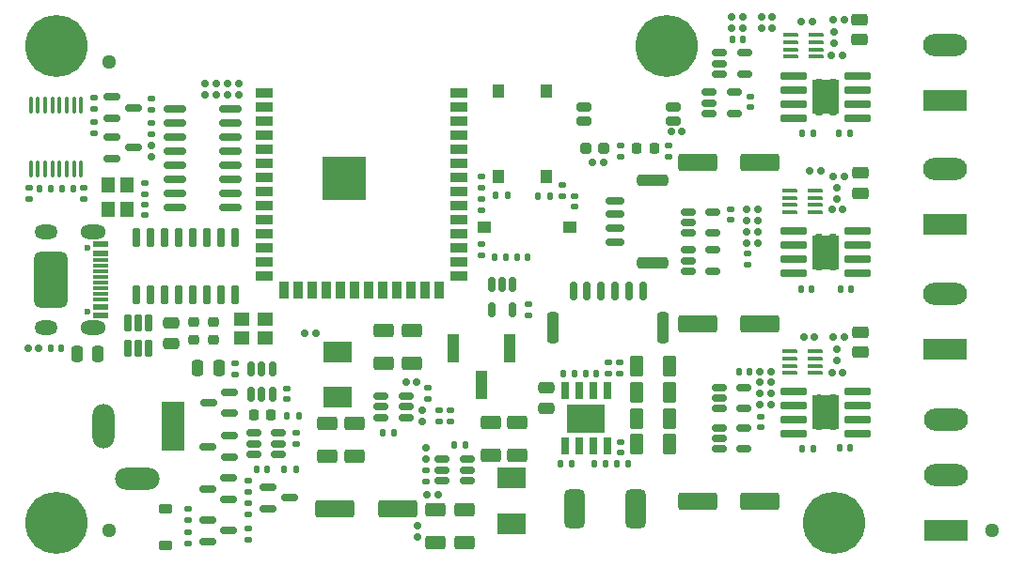
<source format=gbr>
%TF.GenerationSoftware,KiCad,Pcbnew,8.0.4*%
%TF.CreationDate,2025-02-12T03:18:48+01:00*%
%TF.ProjectId,SimpleLedController,53696d70-6c65-44c6-9564-436f6e74726f,A*%
%TF.SameCoordinates,Original*%
%TF.FileFunction,Soldermask,Top*%
%TF.FilePolarity,Negative*%
%FSLAX46Y46*%
G04 Gerber Fmt 4.6, Leading zero omitted, Abs format (unit mm)*
G04 Created by KiCad (PCBNEW 8.0.4) date 2025-02-12 03:18:48*
%MOMM*%
%LPD*%
G01*
G04 APERTURE LIST*
G04 Aperture macros list*
%AMRoundRect*
0 Rectangle with rounded corners*
0 $1 Rounding radius*
0 $2 $3 $4 $5 $6 $7 $8 $9 X,Y pos of 4 corners*
0 Add a 4 corners polygon primitive as box body*
4,1,4,$2,$3,$4,$5,$6,$7,$8,$9,$2,$3,0*
0 Add four circle primitives for the rounded corners*
1,1,$1+$1,$2,$3*
1,1,$1+$1,$4,$5*
1,1,$1+$1,$6,$7*
1,1,$1+$1,$8,$9*
0 Add four rect primitives between the rounded corners*
20,1,$1+$1,$2,$3,$4,$5,0*
20,1,$1+$1,$4,$5,$6,$7,0*
20,1,$1+$1,$6,$7,$8,$9,0*
20,1,$1+$1,$8,$9,$2,$3,0*%
G04 Aperture macros list end*
%ADD10RoundRect,0.100000X0.562500X0.100000X-0.562500X0.100000X-0.562500X-0.100000X0.562500X-0.100000X0*%
%ADD11RoundRect,0.462500X-0.462500X-1.287500X0.462500X-1.287500X0.462500X1.287500X-0.462500X1.287500X0*%
%ADD12C,1.296000*%
%ADD13RoundRect,0.135000X-0.135000X-0.185000X0.135000X-0.185000X0.135000X0.185000X-0.135000X0.185000X0*%
%ADD14RoundRect,0.140000X0.170000X-0.140000X0.170000X0.140000X-0.170000X0.140000X-0.170000X-0.140000X0*%
%ADD15R,1.000000X1.250000*%
%ADD16RoundRect,0.140000X-0.170000X0.140000X-0.170000X-0.140000X0.170000X-0.140000X0.170000X0.140000X0*%
%ADD17RoundRect,0.140000X0.140000X0.170000X-0.140000X0.170000X-0.140000X-0.170000X0.140000X-0.170000X0*%
%ADD18RoundRect,0.159000X-0.159000X-0.189000X0.159000X-0.189000X0.159000X0.189000X-0.159000X0.189000X0*%
%ADD19RoundRect,0.135000X-0.185000X0.135000X-0.185000X-0.135000X0.185000X-0.135000X0.185000X0.135000X0*%
%ADD20RoundRect,0.150000X-0.512500X-0.150000X0.512500X-0.150000X0.512500X0.150000X-0.512500X0.150000X0*%
%ADD21RoundRect,0.200000X0.450000X0.200000X-0.450000X0.200000X-0.450000X-0.200000X0.450000X-0.200000X0*%
%ADD22RoundRect,0.135000X0.185000X-0.135000X0.185000X0.135000X-0.185000X0.135000X-0.185000X-0.135000X0*%
%ADD23RoundRect,0.250000X-0.250000X-0.475000X0.250000X-0.475000X0.250000X0.475000X-0.250000X0.475000X0*%
%ADD24C,5.600000*%
%ADD25RoundRect,0.150000X-0.587500X-0.150000X0.587500X-0.150000X0.587500X0.150000X-0.587500X0.150000X0*%
%ADD26R,2.400000X3.100000*%
%ADD27RoundRect,0.070000X-1.100000X-0.250000X1.100000X-0.250000X1.100000X0.250000X-1.100000X0.250000X0*%
%ADD28C,0.740000*%
%ADD29C,0.770000*%
%ADD30RoundRect,0.159000X0.159000X0.189000X-0.159000X0.189000X-0.159000X-0.189000X0.159000X-0.189000X0*%
%ADD31RoundRect,0.135000X0.135000X0.185000X-0.135000X0.185000X-0.135000X-0.185000X0.135000X-0.185000X0*%
%ADD32RoundRect,0.266521X0.671479X-0.346479X0.671479X0.346479X-0.671479X0.346479X-0.671479X-0.346479X0*%
%ADD33RoundRect,0.250000X-0.475000X0.250000X-0.475000X-0.250000X0.475000X-0.250000X0.475000X0.250000X0*%
%ADD34RoundRect,0.266521X-0.671479X0.346479X-0.671479X-0.346479X0.671479X-0.346479X0.671479X0.346479X0*%
%ADD35RoundRect,0.266521X0.346479X0.671479X-0.346479X0.671479X-0.346479X-0.671479X0.346479X-0.671479X0*%
%ADD36RoundRect,0.159000X-0.189000X0.159000X-0.189000X-0.159000X0.189000X-0.159000X0.189000X0.159000X0*%
%ADD37RoundRect,0.159000X0.189000X-0.159000X0.189000X0.159000X-0.189000X0.159000X-0.189000X-0.159000X0*%
%ADD38RoundRect,0.150000X-0.150000X0.512500X-0.150000X-0.512500X0.150000X-0.512500X0.150000X0.512500X0*%
%ADD39RoundRect,0.150000X-0.825000X-0.150000X0.825000X-0.150000X0.825000X0.150000X-0.825000X0.150000X0*%
%ADD40RoundRect,0.140000X-0.140000X-0.170000X0.140000X-0.170000X0.140000X0.170000X-0.140000X0.170000X0*%
%ADD41R,2.500000X1.900000*%
%ADD42R,2.000000X4.500000*%
%ADD43O,2.000000X4.000000*%
%ADD44O,4.000000X2.000000*%
%ADD45R,3.960000X1.980000*%
%ADD46O,3.960000X1.980000*%
%ADD47RoundRect,0.150000X0.512500X0.150000X-0.512500X0.150000X-0.512500X-0.150000X0.512500X-0.150000X0*%
%ADD48RoundRect,0.225000X-0.375000X0.225000X-0.375000X-0.225000X0.375000X-0.225000X0.375000X0.225000X0*%
%ADD49RoundRect,0.267317X0.470683X-0.280683X0.470683X0.280683X-0.470683X0.280683X-0.470683X-0.280683X0*%
%ADD50RoundRect,0.225000X0.250000X-0.225000X0.250000X0.225000X-0.250000X0.225000X-0.250000X-0.225000X0*%
%ADD51R,1.500000X0.900000*%
%ADD52R,0.900000X1.500000*%
%ADD53C,0.600000*%
%ADD54R,3.900000X3.900000*%
%ADD55RoundRect,0.250000X1.500000X0.550000X-1.500000X0.550000X-1.500000X-0.550000X1.500000X-0.550000X0*%
%ADD56RoundRect,0.250000X-1.500000X-0.550000X1.500000X-0.550000X1.500000X0.550000X-1.500000X0.550000X0*%
%ADD57RoundRect,0.250000X0.250000X0.475000X-0.250000X0.475000X-0.250000X-0.475000X0.250000X-0.475000X0*%
%ADD58R,1.400000X0.300000*%
%ADD59R,1.400000X0.500000*%
%ADD60O,2.300000X1.300000*%
%ADD61O,2.100000X1.300000*%
%ADD62RoundRect,0.500000X-1.000000X2.000000X-1.000000X-2.000000X1.000000X-2.000000X1.000000X2.000000X0*%
%ADD63RoundRect,0.218750X0.218750X0.256250X-0.218750X0.256250X-0.218750X-0.256250X0.218750X-0.256250X0*%
%ADD64R,0.802000X1.505000*%
%ADD65R,3.502000X2.613000*%
%ADD66RoundRect,0.150000X0.587500X0.150000X-0.587500X0.150000X-0.587500X-0.150000X0.587500X-0.150000X0*%
%ADD67RoundRect,0.150000X0.150000X-0.650000X0.150000X0.650000X-0.150000X0.650000X-0.150000X-0.650000X0*%
%ADD68R,1.400000X1.200000*%
%ADD69RoundRect,0.239000X0.239000X0.274000X-0.239000X0.274000X-0.239000X-0.274000X0.239000X-0.274000X0*%
%ADD70RoundRect,0.150000X0.150000X0.700000X-0.150000X0.700000X-0.150000X-0.700000X0.150000X-0.700000X0*%
%ADD71RoundRect,0.250000X0.250000X1.150000X-0.250000X1.150000X-0.250000X-1.150000X0.250000X-1.150000X0*%
%ADD72RoundRect,0.218750X-0.218750X-0.256250X0.218750X-0.256250X0.218750X0.256250X-0.218750X0.256250X0*%
%ADD73R,1.250000X1.000000*%
%ADD74RoundRect,0.250000X0.475000X-0.250000X0.475000X0.250000X-0.475000X0.250000X-0.475000X-0.250000X0*%
%ADD75R,1.000000X2.510000*%
%ADD76R,1.200000X1.400000*%
%ADD77RoundRect,0.150000X-0.150000X0.725000X-0.150000X-0.725000X0.150000X-0.725000X0.150000X0.725000X0*%
%ADD78RoundRect,0.150000X-0.700000X0.150000X-0.700000X-0.150000X0.700000X-0.150000X0.700000X0.150000X0*%
%ADD79RoundRect,0.250000X-1.150000X0.250000X-1.150000X-0.250000X1.150000X-0.250000X1.150000X0.250000X0*%
%ADD80RoundRect,0.100000X-0.100000X0.637500X-0.100000X-0.637500X0.100000X-0.637500X0.100000X0.637500X0*%
G04 APERTURE END LIST*
D10*
%TO.C,U10*%
X171309783Y-80339861D03*
X171309783Y-79689861D03*
X171309783Y-79039861D03*
X171309783Y-78389861D03*
X169034783Y-78389861D03*
X169034783Y-79039861D03*
X169034783Y-79689861D03*
X169034783Y-80339861D03*
%TD*%
%TO.C,U7*%
X171320500Y-94830000D03*
X171320500Y-94180000D03*
X171320500Y-93530000D03*
X171320500Y-92880000D03*
X169045500Y-92880000D03*
X169045500Y-93530000D03*
X169045500Y-94180000D03*
X169045500Y-94830000D03*
%TD*%
%TO.C,U9*%
X171422100Y-66296202D03*
X171422100Y-65646202D03*
X171422100Y-64996202D03*
X171422100Y-64346202D03*
X169147100Y-64346202D03*
X169147100Y-64996202D03*
X169147100Y-65646202D03*
X169147100Y-66296202D03*
%TD*%
D11*
%TO.C,L3*%
X149653400Y-107088400D03*
X155203400Y-107088400D03*
%TD*%
D12*
%TO.C,REF\u002A\u002A*%
X107772200Y-109042200D03*
%TD*%
%TO.C,REF\u002A\u002A*%
X107772200Y-66802000D03*
%TD*%
%TO.C,REF\u002A\u002A*%
X187274200Y-109042200D03*
%TD*%
D13*
%TO.C,R20*%
X132370600Y-100205000D03*
X133390600Y-100205000D03*
%TD*%
D14*
%TO.C,C87*%
X165484000Y-70842600D03*
X165484000Y-69882600D03*
%TD*%
D15*
%TO.C,SW4*%
X142852600Y-77156000D03*
X142852600Y-69406000D03*
%TD*%
D16*
%TO.C,C31*%
X111008133Y-79659000D03*
X111008133Y-80619000D03*
%TD*%
D17*
%TO.C,C86*%
X171145600Y-73222202D03*
X170185600Y-73222202D03*
%TD*%
D18*
%TO.C,R34*%
X172834117Y-94812000D03*
X173834117Y-94812000D03*
%TD*%
D19*
%TO.C,R48*%
X153786600Y-74295000D03*
X153786600Y-75315000D03*
%TD*%
D20*
%TO.C,U32*%
X159881600Y-83761000D03*
X159881600Y-84711000D03*
X159881600Y-85661000D03*
X162156600Y-85661000D03*
X162156600Y-83761000D03*
%TD*%
D21*
%TO.C,S1*%
X158536600Y-72133000D03*
X158536600Y-70863000D03*
X150536600Y-70873000D03*
X150536600Y-72143000D03*
%TD*%
D22*
%TO.C,R13*%
X148588907Y-78871000D03*
X148588907Y-77851000D03*
%TD*%
D23*
%TO.C,C4*%
X115755600Y-94418000D03*
X117655600Y-94418000D03*
%TD*%
D24*
%TO.C,H1*%
X103000000Y-108317800D03*
%TD*%
D25*
%TO.C,Q9*%
X116645000Y-108119203D03*
X116645000Y-110019203D03*
X118520000Y-109069203D03*
%TD*%
D20*
%TO.C,U25*%
X162675600Y-96146000D03*
X162675600Y-97096000D03*
X162675600Y-98046000D03*
X164950600Y-98046000D03*
X164950600Y-96146000D03*
%TD*%
D19*
%TO.C,R3*%
X119141153Y-93995864D03*
X119141153Y-95015864D03*
%TD*%
D16*
%TO.C,C92*%
X163686100Y-80040000D03*
X163686100Y-81000000D03*
%TD*%
D18*
%TO.C,R45*%
X172959600Y-91569000D03*
X173959600Y-91569000D03*
%TD*%
D26*
%TO.C,U24*%
X172304251Y-98369612D03*
D27*
X169429251Y-96464612D03*
X169429251Y-97734612D03*
X169429251Y-99004612D03*
X169429251Y-100274612D03*
X175179251Y-100274612D03*
X175179251Y-99004612D03*
X175179251Y-97734612D03*
X175179251Y-96464612D03*
D28*
X171654251Y-97069612D03*
D29*
X171654251Y-98369612D03*
X171654251Y-99669612D03*
X172954251Y-97069612D03*
X172954251Y-98369612D03*
X172954251Y-99669612D03*
%TD*%
D30*
%TO.C,R27*%
X164815600Y-63756000D03*
X163815600Y-63756000D03*
%TD*%
D31*
%TO.C,R19*%
X139841888Y-101289800D03*
X138821888Y-101289800D03*
%TD*%
D13*
%TO.C,R9*%
X146406600Y-78869000D03*
X147426600Y-78869000D03*
%TD*%
D32*
%TO.C,C57*%
X139761800Y-110135800D03*
X139761800Y-107175800D03*
%TD*%
D22*
%TO.C,R1*%
X136257088Y-104652600D03*
X136257088Y-103632600D03*
%TD*%
D14*
%TO.C,C1*%
X105505600Y-79123000D03*
X105505600Y-78163000D03*
%TD*%
D33*
%TO.C,C54*%
X147094400Y-96168000D03*
X147094400Y-98068000D03*
%TD*%
D34*
%TO.C,C7*%
X144513888Y-99260800D03*
X144513888Y-102220800D03*
%TD*%
D35*
%TO.C,C59*%
X158235600Y-96568000D03*
X155275600Y-96568000D03*
%TD*%
D25*
%TO.C,Q4*%
X122103100Y-105163000D03*
X122103100Y-107063000D03*
X123978100Y-106113000D03*
%TD*%
D22*
%TO.C,R25*%
X152730600Y-94903000D03*
X152730600Y-93883000D03*
%TD*%
D36*
%TO.C,R54*%
X167389000Y-94683800D03*
X167389000Y-95683800D03*
%TD*%
D37*
%TO.C,C27*%
X173069083Y-65068797D03*
X173069083Y-64068799D03*
%TD*%
D38*
%TO.C,U2*%
X122466600Y-94495500D03*
X121516600Y-94495500D03*
X120566600Y-94495500D03*
X120566600Y-96770500D03*
X121516600Y-96770500D03*
X122466600Y-96770500D03*
%TD*%
D39*
%TO.C,U18*%
X113707600Y-70995000D03*
X113707600Y-72265000D03*
X113707600Y-73535000D03*
X113707600Y-74805000D03*
X113707600Y-76075000D03*
X113707600Y-77345000D03*
X113707600Y-78615000D03*
X113707600Y-79885000D03*
X118657600Y-79885000D03*
X118657600Y-78615000D03*
X118657600Y-77345000D03*
X118657600Y-76075000D03*
X118657600Y-74805000D03*
X118657600Y-73535000D03*
X118657600Y-72265000D03*
X118657600Y-70995000D03*
%TD*%
D34*
%TO.C,C39*%
X132517555Y-91039663D03*
X132517555Y-93999663D03*
%TD*%
D40*
%TO.C,C55*%
X148694600Y-94871000D03*
X149654600Y-94871000D03*
%TD*%
D13*
%TO.C,R21*%
X151480600Y-102993000D03*
X152500600Y-102993000D03*
%TD*%
D22*
%TO.C,R17*%
X141328600Y-84205000D03*
X141328600Y-83185000D03*
%TD*%
D41*
%TO.C,L1*%
X128374600Y-97048000D03*
X128374600Y-92948000D03*
%TD*%
D32*
%TO.C,C51*%
X127419555Y-102351221D03*
X127419555Y-99391221D03*
%TD*%
D19*
%TO.C,R43*%
X124629100Y-100203000D03*
X124629100Y-101223000D03*
%TD*%
D42*
%TO.C,J1*%
X113488600Y-99662000D03*
D43*
X107288600Y-99662000D03*
D44*
X110288600Y-104362000D03*
%TD*%
D40*
%TO.C,C53*%
X150680600Y-94868000D03*
X151640600Y-94868000D03*
%TD*%
D30*
%TO.C,R55*%
X167482600Y-62740000D03*
X166482600Y-62740000D03*
%TD*%
D45*
%TO.C,J5*%
X183071941Y-109024714D03*
D46*
X183071941Y-104024714D03*
X183071941Y-99024714D03*
%TD*%
D19*
%TO.C,C12*%
X137442400Y-98171000D03*
X137442400Y-99191000D03*
%TD*%
D14*
%TO.C,C13*%
X149710600Y-79857000D03*
X149710600Y-78897000D03*
%TD*%
D18*
%TO.C,R32*%
X166482600Y-63705200D03*
X167482600Y-63705200D03*
%TD*%
%TO.C,R46*%
X172967600Y-62994000D03*
X173967600Y-62994000D03*
%TD*%
D47*
%TO.C,U5*%
X140007800Y-104525800D03*
X140007800Y-103575800D03*
X140007800Y-102625800D03*
X137732800Y-102625800D03*
X137732800Y-103575800D03*
X137732800Y-104525800D03*
%TD*%
D31*
%TO.C,R15*%
X143482478Y-84366511D03*
X142462478Y-84366511D03*
%TD*%
D37*
%TO.C,C28*%
X173281800Y-79115000D03*
X173281800Y-78115000D03*
%TD*%
D48*
%TO.C,D4*%
X112880600Y-107065000D03*
X112880600Y-110365000D03*
%TD*%
D16*
%TO.C,C93*%
X165255400Y-84078600D03*
X165255400Y-85038600D03*
%TD*%
D40*
%TO.C,C90*%
X173642600Y-87251000D03*
X174602600Y-87251000D03*
%TD*%
D49*
%TO.C,R51*%
X175364600Y-64793000D03*
X175364600Y-62973000D03*
%TD*%
D38*
%TO.C,U8*%
X144097200Y-86855600D03*
X143147200Y-86855600D03*
X142197200Y-86855600D03*
X142197200Y-89130600D03*
X144097200Y-89130600D03*
%TD*%
D20*
%TO.C,U29*%
X162725000Y-65981000D03*
X162725000Y-66931000D03*
X162725000Y-67881000D03*
X165000000Y-67881000D03*
X165000000Y-65981000D03*
%TD*%
D15*
%TO.C,SW1*%
X147170600Y-77156000D03*
X147170600Y-69406000D03*
%TD*%
D40*
%TO.C,C44*%
X121036600Y-103507000D03*
X121996600Y-103507000D03*
%TD*%
D50*
%TO.C,C33*%
X115420600Y-91816000D03*
X115420600Y-90266000D03*
%TD*%
D37*
%TO.C,R26*%
X136257088Y-102610600D03*
X136257088Y-101610600D03*
%TD*%
D40*
%TO.C,C80*%
X173515600Y-101602000D03*
X174475600Y-101602000D03*
%TD*%
D13*
%TO.C,R18*%
X142596600Y-78804000D03*
X143616600Y-78804000D03*
%TD*%
D17*
%TO.C,C91*%
X171040100Y-87251000D03*
X170080100Y-87251000D03*
%TD*%
D51*
%TO.C,U22*%
X121712808Y-69572820D03*
X121712808Y-70842820D03*
X121712808Y-72112820D03*
X121712808Y-73382820D03*
X121712808Y-74652820D03*
X121712808Y-75922820D03*
X121712808Y-77192820D03*
X121712808Y-78462820D03*
X121712808Y-79732820D03*
X121712808Y-81002820D03*
X121712808Y-82272820D03*
X121712808Y-83542820D03*
X121712808Y-84812820D03*
X121712808Y-86082820D03*
D52*
X123477808Y-87332820D03*
X124747808Y-87332820D03*
X126017808Y-87332820D03*
X127287808Y-87332820D03*
X128557808Y-87332820D03*
X129827808Y-87332820D03*
X131097808Y-87332820D03*
X132367808Y-87332820D03*
X133637808Y-87332820D03*
X134907808Y-87332820D03*
X136177808Y-87332820D03*
X137447808Y-87332820D03*
D51*
X139212808Y-86082820D03*
X139212808Y-84812820D03*
X139212808Y-83542820D03*
X139212808Y-82272820D03*
X139212808Y-81002820D03*
X139212808Y-79732820D03*
X139212808Y-78462820D03*
X139212808Y-77192820D03*
X139212808Y-75922820D03*
X139212808Y-74652820D03*
X139212808Y-73382820D03*
X139212808Y-72112820D03*
X139212808Y-70842820D03*
X139212808Y-69572820D03*
D53*
X127562808Y-76592820D03*
X127562808Y-77992820D03*
X128262808Y-75892820D03*
X128262808Y-77292820D03*
X128262808Y-78692820D03*
X128962808Y-76592820D03*
D54*
X128962808Y-77292820D03*
D53*
X128962808Y-77992820D03*
X129662808Y-75892820D03*
X129662808Y-77292820D03*
X129662808Y-78692820D03*
X130362808Y-76592820D03*
X130362808Y-77992820D03*
%TD*%
D49*
%TO.C,R50*%
X175447057Y-92987000D03*
X175447057Y-91167000D03*
%TD*%
D37*
%TO.C,R57*%
X166220600Y-83118000D03*
X166220600Y-82118000D03*
%TD*%
D55*
%TO.C,C79*%
X166353600Y-106428000D03*
X160753600Y-106428000D03*
%TD*%
D32*
%TO.C,C8*%
X129880600Y-102373000D03*
X129880600Y-99413000D03*
%TD*%
D19*
%TO.C,R22*%
X106407816Y-69977000D03*
X106407816Y-70997000D03*
%TD*%
D17*
%TO.C,C81*%
X171145600Y-101641612D03*
X170185600Y-101641612D03*
%TD*%
D18*
%TO.C,R49*%
X172959600Y-77091000D03*
X173959600Y-77091000D03*
%TD*%
D13*
%TO.C,R28*%
X123546600Y-103507000D03*
X124566600Y-103507000D03*
%TD*%
D35*
%TO.C,C49*%
X158235600Y-98918000D03*
X155275600Y-98918000D03*
%TD*%
D30*
%TO.C,C23*%
X171300600Y-91569000D03*
X170300600Y-91569000D03*
%TD*%
%TO.C,C40*%
X135478600Y-95633000D03*
X134478600Y-95633000D03*
%TD*%
D34*
%TO.C,C9*%
X142131888Y-99260800D03*
X142131888Y-102220800D03*
%TD*%
D40*
%TO.C,C88*%
X163861000Y-64746600D03*
X164821000Y-64746600D03*
%TD*%
D18*
%TO.C,R37*%
X172824600Y-66169000D03*
X173824600Y-66169000D03*
%TD*%
D40*
%TO.C,C3*%
X102510600Y-92585000D03*
X103470600Y-92585000D03*
%TD*%
D13*
%TO.C,R31*%
X153512600Y-102993000D03*
X154532600Y-102993000D03*
%TD*%
D18*
%TO.C,C25*%
X170823000Y-76581000D03*
X171823000Y-76581000D03*
%TD*%
D14*
%TO.C,C46*%
X153855600Y-101998000D03*
X153855600Y-101038000D03*
%TD*%
D56*
%TO.C,C29*%
X128114600Y-107063000D03*
X133714600Y-107063000D03*
%TD*%
D19*
%TO.C,R36*%
X111610600Y-72265000D03*
X111610600Y-73285000D03*
%TD*%
D49*
%TO.C,R52*%
X175447057Y-78636000D03*
X175447057Y-76816000D03*
%TD*%
D57*
%TO.C,C45*%
X106769400Y-93093000D03*
X104869400Y-93093000D03*
%TD*%
D19*
%TO.C,R42*%
X120325100Y-104521000D03*
X120325100Y-105541000D03*
%TD*%
%TO.C,R39*%
X120325100Y-106553000D03*
X120325100Y-107573000D03*
%TD*%
D53*
%TO.C,J3*%
X105805000Y-83552800D03*
X105805000Y-89332800D03*
D58*
X107005000Y-85192800D03*
X107005000Y-86192800D03*
X107005000Y-86692800D03*
X107005000Y-87692800D03*
D59*
X107005000Y-88842800D03*
X107005000Y-89642800D03*
D58*
X107005000Y-88192800D03*
X107005000Y-87192800D03*
X107005000Y-85692800D03*
X107005000Y-84692800D03*
D59*
X107005000Y-84042800D03*
X107005000Y-83242800D03*
D60*
X106325000Y-82112800D03*
D61*
X102125000Y-82112800D03*
D53*
X103505000Y-84442800D03*
X101505000Y-84442800D03*
D62*
X102505000Y-86442800D03*
D53*
X103505000Y-88442800D03*
X101505000Y-88442800D03*
D60*
X106325000Y-90772800D03*
D61*
X102125000Y-90772800D03*
%TD*%
D36*
%TO.C,R58*%
X166220600Y-80094450D03*
X166220600Y-81094450D03*
%TD*%
D18*
%TO.C,R12*%
X158354600Y-73027000D03*
X159354600Y-73027000D03*
%TD*%
D63*
%TO.C,D2*%
X122346756Y-98591914D03*
X120771756Y-98591914D03*
%TD*%
D64*
%TO.C,U20*%
X148821600Y-101432500D03*
X150091600Y-101432500D03*
X151361600Y-101432500D03*
X152631600Y-101432500D03*
X152631600Y-96437500D03*
X151361600Y-96437500D03*
X150091600Y-96437500D03*
X148821600Y-96437500D03*
D65*
X150726600Y-98935000D03*
%TD*%
D66*
%TO.C,Q10*%
X118565600Y-102425000D03*
X118565600Y-100525000D03*
X116690600Y-101475000D03*
%TD*%
D37*
%TO.C,R53*%
X167389000Y-97707800D03*
X167389000Y-96707800D03*
%TD*%
D24*
%TO.C,H4*%
X103000000Y-65317800D03*
%TD*%
D25*
%TO.C,Q7*%
X108054600Y-73566000D03*
X108054600Y-75466000D03*
X109929600Y-74516000D03*
%TD*%
D20*
%TO.C,U28*%
X161786600Y-69537000D03*
X161786600Y-70487000D03*
X161786600Y-71437000D03*
X164061600Y-71437000D03*
X164061600Y-69537000D03*
%TD*%
D19*
%TO.C,R35*%
X111610600Y-70078600D03*
X111610600Y-71098600D03*
%TD*%
D67*
%TO.C,U4*%
X109456600Y-92599000D03*
X110406600Y-92599000D03*
X111356600Y-92599000D03*
X111356600Y-90299000D03*
X110406600Y-90299000D03*
X109456600Y-90299000D03*
%TD*%
D18*
%TO.C,C5*%
X125410800Y-91264200D03*
X126410800Y-91264200D03*
%TD*%
D25*
%TO.C,Q6*%
X108054600Y-69944000D03*
X108054600Y-71844000D03*
X109929600Y-70894000D03*
%TD*%
D22*
%TO.C,R16*%
X141328600Y-80171000D03*
X141328600Y-79151000D03*
%TD*%
D30*
%TO.C,C24*%
X171089400Y-63146400D03*
X170089400Y-63146400D03*
%TD*%
D37*
%TO.C,C22*%
X116436600Y-69717000D03*
X116436600Y-68717000D03*
%TD*%
D36*
%TO.C,R11*%
X135994600Y-98225663D03*
X135994600Y-99225663D03*
%TD*%
D17*
%TO.C,C16*%
X145466200Y-84355400D03*
X144506200Y-84355400D03*
%TD*%
D16*
%TO.C,C2*%
X123777200Y-96263105D03*
X123777200Y-97223105D03*
%TD*%
D37*
%TO.C,C18*%
X117452600Y-69725000D03*
X117452600Y-68725000D03*
%TD*%
D35*
%TO.C,C60*%
X158235600Y-94218000D03*
X155275600Y-94218000D03*
%TD*%
D36*
%TO.C,R33*%
X165204600Y-82118000D03*
X165204600Y-83118000D03*
%TD*%
D19*
%TO.C,R24*%
X153746600Y-93883000D03*
X153746600Y-94903000D03*
%TD*%
D40*
%TO.C,C50*%
X148440600Y-102999000D03*
X149400600Y-102999000D03*
%TD*%
D41*
%TO.C,L2*%
X144021000Y-104301800D03*
X144021000Y-108401800D03*
%TD*%
D31*
%TO.C,R6*%
X102540600Y-78193000D03*
X101520600Y-78193000D03*
%TD*%
D68*
%TO.C,Y2*%
X119654600Y-91682400D03*
X121854600Y-91682400D03*
X121854600Y-89982400D03*
X119654600Y-89982400D03*
%TD*%
D22*
%TO.C,R23*%
X106418447Y-73231259D03*
X106418447Y-72211259D03*
%TD*%
D19*
%TO.C,R4*%
X100530600Y-78133000D03*
X100530600Y-79153000D03*
%TD*%
D16*
%TO.C,C83*%
X166474600Y-98759800D03*
X166474600Y-99719800D03*
%TD*%
D69*
%TO.C,D3*%
X152306600Y-74551000D03*
X150726600Y-74551000D03*
%TD*%
D35*
%TO.C,C48*%
X158235600Y-101268000D03*
X155275600Y-101268000D03*
%TD*%
D18*
%TO.C,C6*%
X136409000Y-105843800D03*
X137409000Y-105843800D03*
%TD*%
D40*
%TO.C,C85*%
X173487600Y-73222202D03*
X174447600Y-73222202D03*
%TD*%
D55*
%TO.C,C84*%
X166353600Y-75821000D03*
X160753600Y-75821000D03*
%TD*%
D66*
%TO.C,Q3*%
X118593300Y-98476700D03*
X118593300Y-96576700D03*
X116718300Y-97526700D03*
%TD*%
D34*
%TO.C,C10*%
X135054800Y-91039663D03*
X135054800Y-93999663D03*
%TD*%
D14*
%TO.C,C30*%
X111008133Y-78686600D03*
X111008133Y-77726600D03*
%TD*%
D18*
%TO.C,R38*%
X172834117Y-80093000D03*
X173834117Y-80093000D03*
%TD*%
D37*
%TO.C,C21*%
X111610600Y-75297000D03*
X111610600Y-74297000D03*
%TD*%
D36*
%TO.C,C58*%
X135537400Y-108595000D03*
X135537400Y-109595000D03*
%TD*%
D37*
%TO.C,R2*%
X166373000Y-95683800D03*
X166373000Y-94683800D03*
%TD*%
D70*
%TO.C,J6*%
X155807400Y-87409200D03*
X154557400Y-87409200D03*
X153307400Y-87409200D03*
X152057400Y-87409200D03*
X150807400Y-87409200D03*
X149557400Y-87409200D03*
D71*
X157657400Y-90759200D03*
X147707400Y-90759200D03*
%TD*%
D72*
%TO.C,D1*%
X155285100Y-74551000D03*
X156860100Y-74551000D03*
%TD*%
D37*
%TO.C,R29*%
X165204600Y-81086450D03*
X165204600Y-80086450D03*
%TD*%
D73*
%TO.C,SW3*%
X141517600Y-81663000D03*
X149267600Y-81663000D03*
%TD*%
D45*
%TO.C,J14*%
X183061941Y-81474898D03*
D46*
X183061941Y-76474898D03*
%TD*%
D24*
%TO.C,H2*%
X158000000Y-65317800D03*
%TD*%
D13*
%TO.C,R5*%
X103488600Y-78193000D03*
X104508600Y-78193000D03*
%TD*%
D74*
%TO.C,C43*%
X113388600Y-92199000D03*
X113388600Y-90299000D03*
%TD*%
D20*
%TO.C,U6*%
X132263555Y-96947663D03*
X132263555Y-97897663D03*
X132263555Y-98847663D03*
X134538555Y-98847663D03*
X134538555Y-97897663D03*
X134538555Y-96947663D03*
%TD*%
D75*
%TO.C,J4*%
X143868600Y-92638000D03*
X141328600Y-95948000D03*
X138788600Y-92638000D03*
%TD*%
D30*
%TO.C,R59*%
X101450600Y-92585000D03*
X100450600Y-92585000D03*
%TD*%
D45*
%TO.C,J13*%
X183061941Y-70229990D03*
D46*
X183061941Y-65229990D03*
%TD*%
D47*
%TO.C,U1*%
X123040600Y-102171000D03*
X123040600Y-101221000D03*
X123040600Y-100271000D03*
X120765600Y-100271000D03*
X120765600Y-101221000D03*
X120765600Y-102171000D03*
%TD*%
D22*
%TO.C,R41*%
X120327100Y-109859000D03*
X120327100Y-108839000D03*
%TD*%
D16*
%TO.C,C17*%
X141328600Y-77147000D03*
X141328600Y-78107000D03*
%TD*%
D45*
%TO.C,J12*%
X183061941Y-92719806D03*
D46*
X183061941Y-87719806D03*
%TD*%
D19*
%TO.C,R40*%
X114912600Y-107059000D03*
X114912600Y-108079000D03*
%TD*%
D14*
%TO.C,C15*%
X145502800Y-89618700D03*
X145502800Y-88658700D03*
%TD*%
D26*
%TO.C,U27*%
X172304251Y-69949000D03*
D27*
X169429251Y-68044000D03*
X169429251Y-69314000D03*
X169429251Y-70584000D03*
X169429251Y-71854000D03*
X175179251Y-71854000D03*
X175179251Y-70584000D03*
X175179251Y-69314000D03*
X175179251Y-68044000D03*
D29*
X171654251Y-68649000D03*
X171654251Y-69949000D03*
X171654251Y-71249000D03*
X172954251Y-68649000D03*
X172954251Y-69949000D03*
X172954251Y-71249000D03*
%TD*%
D24*
%TO.C,H3*%
X173000000Y-108317800D03*
%TD*%
D76*
%TO.C,Y1*%
X109333400Y-80068600D03*
X109333400Y-77868600D03*
X107633400Y-77868600D03*
X107633400Y-80068600D03*
%TD*%
D18*
%TO.C,R56*%
X163823600Y-62740000D03*
X164823600Y-62740000D03*
%TD*%
D20*
%TO.C,U26*%
X162675600Y-99768000D03*
X162675600Y-100718000D03*
X162675600Y-101668000D03*
X164950600Y-101668000D03*
X164950600Y-99768000D03*
%TD*%
D66*
%TO.C,Q5*%
X118535948Y-106223693D03*
X118535948Y-104323693D03*
X116660948Y-105273693D03*
%TD*%
D77*
%TO.C,U19*%
X119103600Y-82644000D03*
X117833600Y-82644000D03*
X116563600Y-82644000D03*
X115293600Y-82644000D03*
X114023600Y-82644000D03*
X112753600Y-82644000D03*
X111483600Y-82644000D03*
X110213600Y-82644000D03*
X110213600Y-87794000D03*
X111483600Y-87794000D03*
X112753600Y-87794000D03*
X114023600Y-87794000D03*
X115293600Y-87794000D03*
X116563600Y-87794000D03*
X117833600Y-87794000D03*
X119103600Y-87794000D03*
%TD*%
D13*
%TO.C,R7*%
X123800600Y-98681000D03*
X124820600Y-98681000D03*
%TD*%
D20*
%TO.C,U31*%
X159881600Y-80332000D03*
X159881600Y-81282000D03*
X159881600Y-82232000D03*
X162156600Y-82232000D03*
X162156600Y-80332000D03*
%TD*%
D19*
%TO.C,R47*%
X158104600Y-74293000D03*
X158104600Y-75313000D03*
%TD*%
D36*
%TO.C,R30*%
X166373000Y-96707800D03*
X166373000Y-97707800D03*
%TD*%
D32*
%TO.C,C52*%
X137133550Y-110135800D03*
X137133550Y-107175800D03*
%TD*%
D37*
%TO.C,C26*%
X173332600Y-93720000D03*
X173332600Y-92720000D03*
%TD*%
D17*
%TO.C,C82*%
X165430600Y-94744000D03*
X164470600Y-94744000D03*
%TD*%
D19*
%TO.C,R44*%
X114912600Y-109219000D03*
X114912600Y-110239000D03*
%TD*%
D30*
%TO.C,R8*%
X152254600Y-75821000D03*
X151254600Y-75821000D03*
%TD*%
D55*
%TO.C,C89*%
X166353600Y-90426000D03*
X160753600Y-90426000D03*
%TD*%
D37*
%TO.C,C19*%
X118468600Y-69725000D03*
X118468600Y-68725000D03*
%TD*%
D19*
%TO.C,R10*%
X136502600Y-96139000D03*
X136502600Y-97159000D03*
%TD*%
D50*
%TO.C,C32*%
X117198600Y-91814000D03*
X117198600Y-90264000D03*
%TD*%
D19*
%TO.C,C11*%
X138534600Y-98171000D03*
X138534600Y-99191000D03*
%TD*%
D37*
%TO.C,C20*%
X119484600Y-69733000D03*
X119484600Y-68733000D03*
%TD*%
D78*
%TO.C,J2*%
X153348600Y-79280000D03*
X153348600Y-80530000D03*
X153348600Y-81780000D03*
X153348600Y-83030000D03*
D79*
X156698600Y-77430000D03*
X156698600Y-84880000D03*
%TD*%
D80*
%TO.C,U3*%
X105249600Y-70672500D03*
X104599600Y-70672500D03*
X103949600Y-70672500D03*
X103299600Y-70672500D03*
X102649600Y-70672500D03*
X101999600Y-70672500D03*
X101349600Y-70672500D03*
X100699600Y-70672500D03*
X100699600Y-76397500D03*
X101349600Y-76397500D03*
X101999600Y-76397500D03*
X102649600Y-76397500D03*
X103299600Y-76397500D03*
X103949600Y-76397500D03*
X104599600Y-76397500D03*
X105249600Y-76397500D03*
%TD*%
D26*
%TO.C,U30*%
X172304251Y-83942520D03*
D27*
X169429251Y-82037520D03*
X169429251Y-83307520D03*
X169429251Y-84577520D03*
X169429251Y-85847520D03*
X175179251Y-85847520D03*
X175179251Y-84577520D03*
X175179251Y-83307520D03*
X175179251Y-82037520D03*
D29*
X171654251Y-82642520D03*
X171654251Y-83942520D03*
X171654251Y-85242520D03*
X172954251Y-82642520D03*
X172954251Y-83942520D03*
X172954251Y-85242520D03*
%TD*%
M02*

</source>
